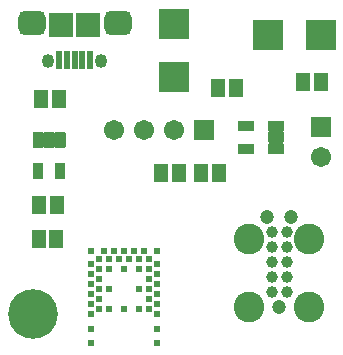
<source format=gts>
G04*
G04 #@! TF.GenerationSoftware,Altium Limited,Altium Designer,18.0.11 (651)*
G04*
G04 Layer_Color=16711935*
%FSLAX25Y25*%
%MOIN*%
G70*
G01*
G75*
%ADD25R,0.10500X0.05000*%
%ADD26R,0.05000X0.10500*%
%ADD27R,0.02375X0.02375*%
%ADD28R,0.05131X0.06312*%
%ADD29R,0.03359X0.05328*%
%ADD30C,0.03950*%
%ADD31R,0.05328X0.03359*%
%ADD32R,0.09855X0.09855*%
%ADD33R,0.09855X0.09855*%
%ADD34R,0.02375X0.06115*%
%ADD35R,0.07887X0.08280*%
%ADD36C,0.16548*%
%ADD37R,0.06706X0.06706*%
%ADD38C,0.06706*%
%ADD39C,0.04737*%
%ADD40C,0.10249*%
%ADD41R,0.06706X0.06706*%
G04:AMPARAMS|DCode=42|XSize=82.8mil|YSize=90.68mil|CornerRadius=22.7mil|HoleSize=0mil|Usage=FLASHONLY|Rotation=270.000|XOffset=0mil|YOffset=0mil|HoleType=Round|Shape=RoundedRectangle|*
%AMROUNDEDRECTD42*
21,1,0.08280,0.04528,0,0,270.0*
21,1,0.03740,0.09068,0,0,270.0*
1,1,0.04540,-0.02264,-0.01870*
1,1,0.04540,-0.02264,0.01870*
1,1,0.04540,0.02264,0.01870*
1,1,0.04540,0.02264,-0.01870*
%
%ADD42ROUNDEDRECTD42*%
%ADD43O,0.04147X0.04540*%
D25*
X281550Y301000D02*
D03*
D26*
X356800Y301750D02*
D03*
D27*
X306300Y244807D02*
D03*
X301280D02*
D03*
X314666Y261539D02*
D03*
Y258193D02*
D03*
Y254846D02*
D03*
Y251500D02*
D03*
Y248154D02*
D03*
Y244807D02*
D03*
X317225Y264098D02*
D03*
Y259866D02*
D03*
Y256520D02*
D03*
Y253173D02*
D03*
Y249827D02*
D03*
Y246480D02*
D03*
Y243134D02*
D03*
Y238311D02*
D03*
Y233488D02*
D03*
X312993Y264098D02*
D03*
X311320Y261539D02*
D03*
X307973D02*
D03*
X304627D02*
D03*
X301280D02*
D03*
X297934D02*
D03*
X295375Y259866D02*
D03*
Y256520D02*
D03*
X297934Y254846D02*
D03*
X309646Y264098D02*
D03*
X306300D02*
D03*
X302954D02*
D03*
X299607D02*
D03*
X295375D02*
D03*
X297934Y258193D02*
D03*
X295375Y253173D02*
D03*
Y249827D02*
D03*
Y246480D02*
D03*
Y243134D02*
D03*
Y233488D02*
D03*
X311320Y251500D02*
D03*
X306300Y258193D02*
D03*
X301280Y251500D02*
D03*
X297934D02*
D03*
Y248154D02*
D03*
Y244807D02*
D03*
X295375Y238311D02*
D03*
X311320Y244807D02*
D03*
Y258193D02*
D03*
X301280D02*
D03*
D28*
X283706Y268000D02*
D03*
X277800D02*
D03*
X283800Y279500D02*
D03*
X277894D02*
D03*
X278494Y314800D02*
D03*
X284400D02*
D03*
X318694Y290300D02*
D03*
X324600D02*
D03*
X337953Y290200D02*
D03*
X332047D02*
D03*
X371753Y320500D02*
D03*
X365847D02*
D03*
X343600Y318600D02*
D03*
X337694D02*
D03*
D29*
X285040Y290980D02*
D03*
X277560D02*
D03*
Y301020D02*
D03*
X281300D02*
D03*
X285040D02*
D03*
D30*
X360400Y250500D02*
D03*
Y255500D02*
D03*
Y260500D02*
D03*
Y265500D02*
D03*
Y270500D02*
D03*
X355400D02*
D03*
Y265500D02*
D03*
Y260500D02*
D03*
Y255500D02*
D03*
Y250500D02*
D03*
D31*
X346780Y298260D02*
D03*
Y305740D02*
D03*
X356820D02*
D03*
Y302000D02*
D03*
Y298260D02*
D03*
D32*
X371800Y336000D02*
D03*
X354083D02*
D03*
D33*
X322800Y322083D02*
D03*
Y339800D02*
D03*
D34*
X289772Y327786D02*
D03*
X292331D02*
D03*
X294891D02*
D03*
X287213D02*
D03*
X284654D02*
D03*
D35*
X294300Y339400D02*
D03*
X285245D02*
D03*
D36*
X275900Y243200D02*
D03*
D37*
X332800Y304500D02*
D03*
D38*
X322800D02*
D03*
X312800D02*
D03*
X302800D02*
D03*
X371800Y295500D02*
D03*
D39*
X357900Y245500D02*
D03*
X361900Y275500D02*
D03*
X353900D02*
D03*
D40*
X347900Y245500D02*
D03*
Y268000D02*
D03*
X367900Y245500D02*
D03*
Y268000D02*
D03*
D41*
X371800Y305500D02*
D03*
D42*
X275402Y340109D02*
D03*
X304142D02*
D03*
D43*
X298532Y327589D02*
D03*
X281013D02*
D03*
M02*

</source>
